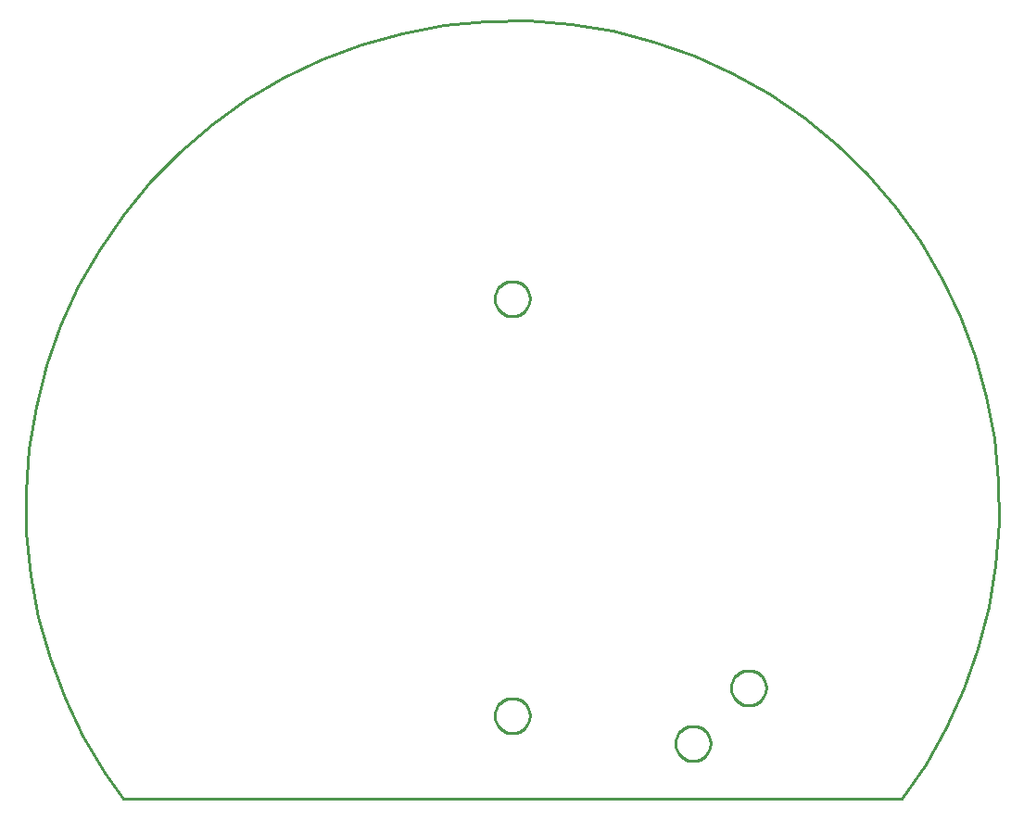
<source format=gbr>
G04 EAGLE Gerber RS-274X export*
G75*
%MOMM*%
%FSLAX34Y34*%
%LPD*%
%IN*%
%IPPOS*%
%AMOC8*
5,1,8,0,0,1.08239X$1,22.5*%
G01*
%ADD10C,0.254000*%


D10*
X-355600Y-266700D02*
X355600Y-266700D01*
X377517Y-234691D01*
X396560Y-200895D01*
X412586Y-165566D01*
X425471Y-128976D01*
X435119Y-91402D01*
X441455Y-53130D01*
X444431Y-14451D01*
X444025Y24340D01*
X440239Y62947D01*
X433103Y101078D01*
X422671Y138442D01*
X409022Y174755D01*
X392260Y209739D01*
X372513Y243130D01*
X349931Y274673D01*
X324685Y304127D01*
X296969Y331269D01*
X266992Y355892D01*
X234983Y377809D01*
X201187Y396852D01*
X165858Y412878D01*
X129268Y425763D01*
X91694Y435411D01*
X53422Y441747D01*
X14743Y444723D01*
X-24048Y444317D01*
X-62655Y440531D01*
X-100786Y433395D01*
X-138150Y422963D01*
X-174463Y409314D01*
X-209447Y392552D01*
X-242838Y372805D01*
X-274381Y350223D01*
X-303835Y324977D01*
X-330977Y297261D01*
X-355600Y267284D01*
X-377517Y235276D01*
X-396560Y201479D01*
X-412586Y166150D01*
X-425471Y129560D01*
X-435119Y91986D01*
X-441455Y53714D01*
X-444431Y15035D01*
X-444025Y-23755D01*
X-440239Y-62363D01*
X-433103Y-100494D01*
X-422671Y-137858D01*
X-409022Y-174171D01*
X-392260Y-209155D01*
X-372513Y-242546D01*
X-355600Y-266700D01*
X16000Y189976D02*
X15932Y188931D01*
X15795Y187892D01*
X15590Y186865D01*
X15319Y185853D01*
X14983Y184861D01*
X14582Y183893D01*
X14118Y182954D01*
X13595Y182046D01*
X13013Y181175D01*
X12375Y180344D01*
X11684Y179557D01*
X10943Y178816D01*
X10156Y178125D01*
X9325Y177488D01*
X8454Y176906D01*
X7546Y176382D01*
X6607Y175918D01*
X5639Y175517D01*
X4647Y175181D01*
X3635Y174910D01*
X2608Y174705D01*
X1569Y174569D01*
X524Y174500D01*
X-524Y174500D01*
X-1569Y174569D01*
X-2608Y174705D01*
X-3635Y174910D01*
X-4647Y175181D01*
X-5639Y175517D01*
X-6607Y175918D01*
X-7546Y176382D01*
X-8454Y176906D01*
X-9325Y177488D01*
X-10156Y178125D01*
X-10943Y178816D01*
X-11684Y179557D01*
X-12375Y180344D01*
X-13013Y181175D01*
X-13595Y182046D01*
X-14118Y182954D01*
X-14582Y183893D01*
X-14983Y184861D01*
X-15319Y185853D01*
X-15590Y186865D01*
X-15795Y187892D01*
X-15932Y188931D01*
X-16000Y189976D01*
X-16000Y191024D01*
X-15932Y192069D01*
X-15795Y193108D01*
X-15590Y194135D01*
X-15319Y195147D01*
X-14983Y196139D01*
X-14582Y197107D01*
X-14118Y198046D01*
X-13595Y198954D01*
X-13013Y199825D01*
X-12375Y200656D01*
X-11684Y201443D01*
X-10943Y202184D01*
X-10156Y202875D01*
X-9325Y203513D01*
X-8454Y204095D01*
X-7546Y204618D01*
X-6607Y205082D01*
X-5639Y205483D01*
X-4647Y205819D01*
X-3635Y206090D01*
X-2608Y206295D01*
X-1569Y206432D01*
X-524Y206500D01*
X524Y206500D01*
X1569Y206432D01*
X2608Y206295D01*
X3635Y206090D01*
X4647Y205819D01*
X5639Y205483D01*
X6607Y205082D01*
X7546Y204618D01*
X8454Y204095D01*
X9325Y203513D01*
X10156Y202875D01*
X10943Y202184D01*
X11684Y201443D01*
X12375Y200656D01*
X13013Y199825D01*
X13595Y198954D01*
X14118Y198046D01*
X14582Y197107D01*
X14983Y196139D01*
X15319Y195147D01*
X15590Y194135D01*
X15795Y193108D01*
X15932Y192069D01*
X16000Y191024D01*
X16000Y189976D01*
X16000Y-191024D02*
X15932Y-192069D01*
X15795Y-193108D01*
X15590Y-194135D01*
X15319Y-195147D01*
X14983Y-196139D01*
X14582Y-197107D01*
X14118Y-198046D01*
X13595Y-198954D01*
X13013Y-199825D01*
X12375Y-200656D01*
X11684Y-201443D01*
X10943Y-202184D01*
X10156Y-202875D01*
X9325Y-203513D01*
X8454Y-204095D01*
X7546Y-204618D01*
X6607Y-205082D01*
X5639Y-205483D01*
X4647Y-205819D01*
X3635Y-206090D01*
X2608Y-206295D01*
X1569Y-206432D01*
X524Y-206500D01*
X-524Y-206500D01*
X-1569Y-206432D01*
X-2608Y-206295D01*
X-3635Y-206090D01*
X-4647Y-205819D01*
X-5639Y-205483D01*
X-6607Y-205082D01*
X-7546Y-204618D01*
X-8454Y-204095D01*
X-9325Y-203513D01*
X-10156Y-202875D01*
X-10943Y-202184D01*
X-11684Y-201443D01*
X-12375Y-200656D01*
X-13013Y-199825D01*
X-13595Y-198954D01*
X-14118Y-198046D01*
X-14582Y-197107D01*
X-14983Y-196139D01*
X-15319Y-195147D01*
X-15590Y-194135D01*
X-15795Y-193108D01*
X-15932Y-192069D01*
X-16000Y-191024D01*
X-16000Y-189976D01*
X-15932Y-188931D01*
X-15795Y-187892D01*
X-15590Y-186865D01*
X-15319Y-185853D01*
X-14983Y-184861D01*
X-14582Y-183893D01*
X-14118Y-182954D01*
X-13595Y-182046D01*
X-13013Y-181175D01*
X-12375Y-180344D01*
X-11684Y-179557D01*
X-10943Y-178816D01*
X-10156Y-178125D01*
X-9325Y-177488D01*
X-8454Y-176906D01*
X-7546Y-176382D01*
X-6607Y-175918D01*
X-5639Y-175517D01*
X-4647Y-175181D01*
X-3635Y-174910D01*
X-2608Y-174705D01*
X-1569Y-174569D01*
X-524Y-174500D01*
X524Y-174500D01*
X1569Y-174569D01*
X2608Y-174705D01*
X3635Y-174910D01*
X4647Y-175181D01*
X5639Y-175517D01*
X6607Y-175918D01*
X7546Y-176382D01*
X8454Y-176906D01*
X9325Y-177488D01*
X10156Y-178125D01*
X10943Y-178816D01*
X11684Y-179557D01*
X12375Y-180344D01*
X13013Y-181175D01*
X13595Y-182046D01*
X14118Y-182954D01*
X14582Y-183893D01*
X14983Y-184861D01*
X15319Y-185853D01*
X15590Y-186865D01*
X15795Y-187892D01*
X15932Y-188931D01*
X16000Y-189976D01*
X16000Y-191024D01*
X231900Y-165624D02*
X231832Y-166669D01*
X231695Y-167708D01*
X231490Y-168735D01*
X231219Y-169747D01*
X230883Y-170739D01*
X230482Y-171707D01*
X230018Y-172646D01*
X229495Y-173554D01*
X228913Y-174425D01*
X228275Y-175256D01*
X227584Y-176043D01*
X226843Y-176784D01*
X226056Y-177475D01*
X225225Y-178113D01*
X224354Y-178695D01*
X223446Y-179218D01*
X222507Y-179682D01*
X221539Y-180083D01*
X220547Y-180419D01*
X219535Y-180690D01*
X218508Y-180895D01*
X217469Y-181032D01*
X216424Y-181100D01*
X215376Y-181100D01*
X214331Y-181032D01*
X213292Y-180895D01*
X212265Y-180690D01*
X211253Y-180419D01*
X210261Y-180083D01*
X209293Y-179682D01*
X208354Y-179218D01*
X207446Y-178695D01*
X206575Y-178113D01*
X205744Y-177475D01*
X204957Y-176784D01*
X204216Y-176043D01*
X203525Y-175256D01*
X202888Y-174425D01*
X202306Y-173554D01*
X201782Y-172646D01*
X201318Y-171707D01*
X200917Y-170739D01*
X200581Y-169747D01*
X200310Y-168735D01*
X200105Y-167708D01*
X199969Y-166669D01*
X199900Y-165624D01*
X199900Y-164576D01*
X199969Y-163531D01*
X200105Y-162492D01*
X200310Y-161465D01*
X200581Y-160453D01*
X200917Y-159461D01*
X201318Y-158493D01*
X201782Y-157554D01*
X202306Y-156646D01*
X202888Y-155775D01*
X203525Y-154944D01*
X204216Y-154157D01*
X204957Y-153416D01*
X205744Y-152725D01*
X206575Y-152088D01*
X207446Y-151506D01*
X208354Y-150982D01*
X209293Y-150518D01*
X210261Y-150117D01*
X211253Y-149781D01*
X212265Y-149510D01*
X213292Y-149305D01*
X214331Y-149169D01*
X215376Y-149100D01*
X216424Y-149100D01*
X217469Y-149169D01*
X218508Y-149305D01*
X219535Y-149510D01*
X220547Y-149781D01*
X221539Y-150117D01*
X222507Y-150518D01*
X223446Y-150982D01*
X224354Y-151506D01*
X225225Y-152088D01*
X226056Y-152725D01*
X226843Y-153416D01*
X227584Y-154157D01*
X228275Y-154944D01*
X228913Y-155775D01*
X229495Y-156646D01*
X230018Y-157554D01*
X230482Y-158493D01*
X230883Y-159461D01*
X231219Y-160453D01*
X231490Y-161465D01*
X231695Y-162492D01*
X231832Y-163531D01*
X231900Y-164576D01*
X231900Y-165624D01*
X181100Y-216424D02*
X181032Y-217469D01*
X180895Y-218508D01*
X180690Y-219535D01*
X180419Y-220547D01*
X180083Y-221539D01*
X179682Y-222507D01*
X179218Y-223446D01*
X178695Y-224354D01*
X178113Y-225225D01*
X177475Y-226056D01*
X176784Y-226843D01*
X176043Y-227584D01*
X175256Y-228275D01*
X174425Y-228913D01*
X173554Y-229495D01*
X172646Y-230018D01*
X171707Y-230482D01*
X170739Y-230883D01*
X169747Y-231219D01*
X168735Y-231490D01*
X167708Y-231695D01*
X166669Y-231832D01*
X165624Y-231900D01*
X164576Y-231900D01*
X163531Y-231832D01*
X162492Y-231695D01*
X161465Y-231490D01*
X160453Y-231219D01*
X159461Y-230883D01*
X158493Y-230482D01*
X157554Y-230018D01*
X156646Y-229495D01*
X155775Y-228913D01*
X154944Y-228275D01*
X154157Y-227584D01*
X153416Y-226843D01*
X152725Y-226056D01*
X152088Y-225225D01*
X151506Y-224354D01*
X150982Y-223446D01*
X150518Y-222507D01*
X150117Y-221539D01*
X149781Y-220547D01*
X149510Y-219535D01*
X149305Y-218508D01*
X149169Y-217469D01*
X149100Y-216424D01*
X149100Y-215376D01*
X149169Y-214331D01*
X149305Y-213292D01*
X149510Y-212265D01*
X149781Y-211253D01*
X150117Y-210261D01*
X150518Y-209293D01*
X150982Y-208354D01*
X151506Y-207446D01*
X152088Y-206575D01*
X152725Y-205744D01*
X153416Y-204957D01*
X154157Y-204216D01*
X154944Y-203525D01*
X155775Y-202888D01*
X156646Y-202306D01*
X157554Y-201782D01*
X158493Y-201318D01*
X159461Y-200917D01*
X160453Y-200581D01*
X161465Y-200310D01*
X162492Y-200105D01*
X163531Y-199969D01*
X164576Y-199900D01*
X165624Y-199900D01*
X166669Y-199969D01*
X167708Y-200105D01*
X168735Y-200310D01*
X169747Y-200581D01*
X170739Y-200917D01*
X171707Y-201318D01*
X172646Y-201782D01*
X173554Y-202306D01*
X174425Y-202888D01*
X175256Y-203525D01*
X176043Y-204216D01*
X176784Y-204957D01*
X177475Y-205744D01*
X178113Y-206575D01*
X178695Y-207446D01*
X179218Y-208354D01*
X179682Y-209293D01*
X180083Y-210261D01*
X180419Y-211253D01*
X180690Y-212265D01*
X180895Y-213292D01*
X181032Y-214331D01*
X181100Y-215376D01*
X181100Y-216424D01*
M02*

</source>
